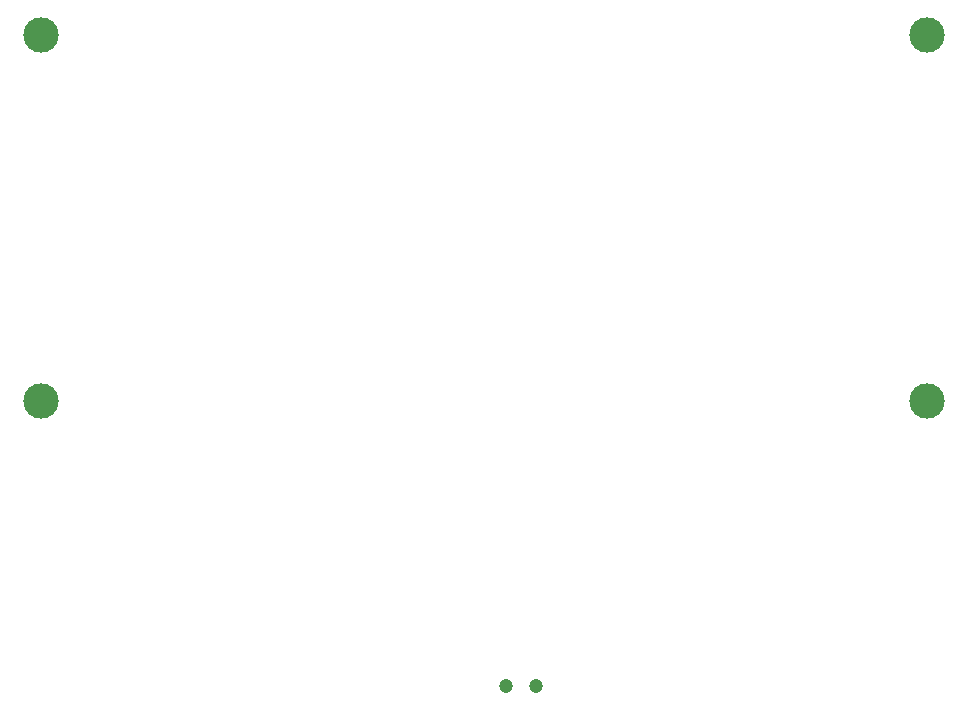
<source format=gbr>
%TF.GenerationSoftware,Altium Limited,Altium Designer,24.9.1 (31)*%
G04 Layer_Color=0*
%FSLAX45Y45*%
%MOMM*%
%TF.SameCoordinates,93858F84-5B26-42CC-8C8E-0B90E3909A9F*%
%TF.FilePolarity,Positive*%
%TF.FileFunction,NonPlated,1,2,NPTH,Drill*%
%TF.Part,Single*%
G01*
G75*
%TA.AperFunction,ComponentDrill*%
%ADD53C,3.00000*%
%ADD54C,1.20000*%
D53*
X10548000Y9144000D02*
D03*
Y12243999D02*
D03*
X3048000Y9144000D02*
D03*
Y12243999D02*
D03*
D54*
X6985000Y6731000D02*
D03*
X7239000D02*
D03*
%TF.MD5,0369a1483ca799e334e851bff709ba7b*%
M02*

</source>
